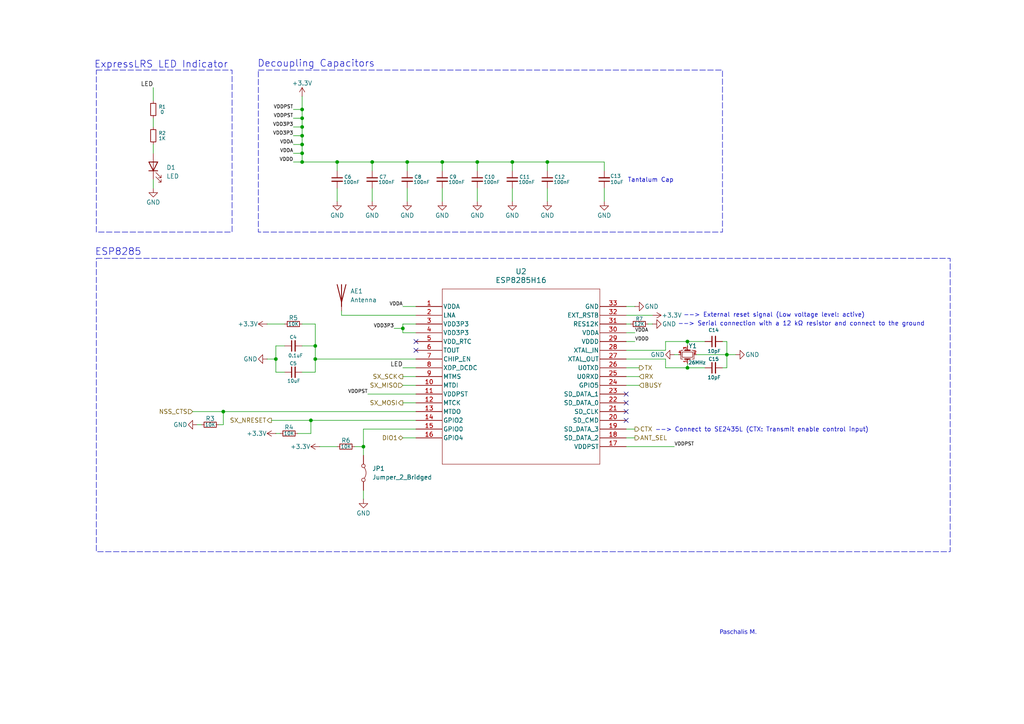
<source format=kicad_sch>
(kicad_sch (version 20231120) (generator "eeschema") (generator_version "8.0")
  (paper "A4")
  (title_block (rev "1.0") (company "https://github.com/Paschalis | TeodoraMiu"))
  (lib_symbols
    (symbol "Device:Antenna" (pin_numbers hide) (pin_names (offset 1.016) hide)
      (property "Reference" "AE" (at -1.905 1.905 0))
      (property "Value" "Antenna" (at -1.905 0 0))
      (symbol "Antenna_0_1"
        (polyline (pts (xy 0 2.54) (xy 0 -3.81)) (stroke (width 0.254)))
        (polyline (pts (xy 1.27 2.54) (xy 0 -2.54) (xy -1.27 2.54)) (stroke (width 0.254)))
      )
      (symbol "Antenna_1_1"
        (pin input line (at 0 -5.08 90) (length 2.54) (name "A") (number "1"))
      )
    )
    (symbol "Device:C_Small" (pin_numbers hide) (pin_names (offset 0.254) hide)
      (property "Reference" "C" (at 0.254 1.778 0))
      (property "Value" "C_Small" (at 0.254 -2.032 0))
      (symbol "C_Small_0_1"
        (polyline (pts (xy -1.524 -0.508) (xy 1.524 -0.508)) (stroke (width 0.3302)))
        (polyline (pts (xy -1.524 0.508) (xy 1.524 0.508)) (stroke (width 0.3048)))
      )
      (symbol "C_Small_1_1"
        (pin passive line (at 0 2.54 270) (length 2.032) (name "~") (number "1"))
        (pin passive line (at 0 -2.54 90) (length 2.032) (name "~") (number "2"))
      )
    )
    (symbol "Device:Crystal_GND24_Small" (pin_names (offset 1.016) hide)
      (property "Reference" "Y" (at 1.27 4.445 0))
      (property "Value" "Crystal_GND24_Small" (at 1.27 2.54 0))
      (symbol "Crystal_GND24_Small_0_1"
        (rectangle (start -0.762 -1.524) (end 0.762 1.524))
        (polyline (pts (xy -1.27 -0.762) (xy -1.27 0.762)) (stroke (width 0.381)))
        (polyline (pts (xy 1.27 -0.762) (xy 1.27 0.762)) (stroke (width 0.381)))
        (polyline (pts (xy -1.27 -1.27) (xy -1.27 -1.905) (xy 1.27 -1.905) (xy 1.27 -1.27)))
        (polyline (pts (xy -1.27 1.27) (xy -1.27 1.905) (xy 1.27 1.905) (xy 1.27 1.27)))
      )
      (symbol "Crystal_GND24_Small_1_1"
        (pin passive line (at -2.54 0 0) (length 1.27) (name "1") (number "1"))
        (pin passive line (at 0 -2.54 90) (length 0.635) (name "2") (number "2"))
        (pin passive line (at 2.54 0 180) (length 1.27) (name "3") (number "3"))
        (pin passive line (at 0 2.54 270) (length 0.635) (name "4") (number "4"))
      )
    )
    (symbol "Device:LED" (pin_numbers hide) (pin_names (offset 1.016) hide)
      (property "Reference" "D" (at 0 2.54 0))
      (property "Value" "LED" (at 0 -2.54 0))
      (symbol "LED_0_1"
        (polyline (pts (xy -1.27 -1.27) (xy -1.27 1.27)) (stroke (width 0.254)))
        (polyline (pts (xy -1.27 0) (xy 1.27 0)))
        (polyline (pts (xy 1.27 -1.27) (xy 1.27 1.27) (xy -1.27 0) (xy 1.27 -1.27)) (stroke (width 0.254)))
        (polyline (pts (xy -3.048 -0.762) (xy -4.572 -2.286) (xy -3.81 -2.286) (xy -4.572 -2.286) (xy -4.572 -1.524)))
        (polyline (pts (xy -1.778 -0.762) (xy -3.302 -2.286) (xy -2.54 -2.286) (xy -3.302 -2.286) (xy -3.302 -1.524)))
      )
      (symbol "LED_1_1"
        (pin passive line (at -3.81 0 0) (length 2.54) (name "K") (number "1"))
        (pin passive line (at 3.81 0 180) (length 2.54) (name "A") (number "2"))
      )
    )
    (symbol "Device:R_Small" (pin_numbers hide) (pin_names (offset 0.254) hide)
      (property "Reference" "R" (at 0.762 0.508 0))
      (property "Value" "R_Small" (at 0.762 -1.016 0))
      (symbol "R_Small_0_1"
        (rectangle (start -0.762 1.778) (end 0.762 -1.778) (stroke (width 0.2032)))
      )
      (symbol "R_Small_1_1"
        (pin passive line (at 0 2.54 270) (length 0.762) (name "~") (number "1"))
        (pin passive line (at 0 -2.54 90) (length 0.762) (name "~") (number "2"))
      )
    )
    (symbol "ESP8285H16:ESP8285H16" (pin_names (offset 0.254))
      (property "Reference" "U" (at 30.48 10.16 0))
      (property "Value" "ESP8285H16" (at 30.48 7.62 0))
      (symbol "ESP8285H16_0_1"
        (polyline (pts (xy 7.62 -45.72) (xy 53.34 -45.72)) (stroke (width 0.127)))
        (polyline (pts (xy 7.62 5.08) (xy 7.62 -45.72)) (stroke (width 0.127)))
        (polyline (pts (xy 53.34 -45.72) (xy 53.34 5.08)) (stroke (width 0.127)))
        (polyline (pts (xy 53.34 5.08) (xy 7.62 5.08)) (stroke (width 0.127)))
        (pin power_in line (at 0 0 0) (length 7.62) (name "VDDA") (number "1"))
        (pin bidirectional line (at 0 -22.86 0) (length 7.62) (name "MTDI") (number "10"))
        (pin power_in line (at 0 -25.4 0) (length 7.62) (name "VDDPST") (number "11"))
        (pin bidirectional line (at 0 -27.94 0) (length 7.62) (name "MTCK") (number "12"))
        (pin bidirectional line (at 0 -30.48 0) (length 7.62) (name "MTDO") (number "13"))
        (pin bidirectional line (at 0 -33.02 0) (length 7.62) (name "GPIO2") (number "14"))
        (pin bidirectional line (at 0 -35.56 0) (length 7.62) (name "GPIO0") (number "15"))
        (pin bidirectional line (at 0 -38.1 0) (length 7.62) (name "GPIO4") (number "16"))
        (pin power_in line (at 60.96 -40.64 180) (length 7.62) (name "VDDPST") (number "17"))
        (pin bidirectional line (at 60.96 -38.1 180) (length 7.62) (name "SD_DATA_2") (number "18"))
        (pin bidirectional line (at 60.96 -35.56 180) (length 7.62) (name "SD_DATA_3") (number "19"))
        (pin bidirectional line (at 0 -2.54 0) (length 7.62) (name "LNA") (number "2"))
        (pin bidirectional line (at 60.96 -33.02 180) (length 7.62) (name "SD_CMD") (number "20"))
        (pin bidirectional line (at 60.96 -30.48 180) (length 7.62) (name "SD_CLK") (number "21"))
        (pin bidirectional line (at 60.96 -27.94 180) (length 7.62) (name "SD_DATA_0") (number "22"))
        (pin bidirectional line (at 60.96 -25.4 180) (length 7.62) (name "SD_DATA_1") (number "23"))
        (pin bidirectional line (at 60.96 -22.86 180) (length 7.62) (name "GPIO5") (number "24"))
        (pin bidirectional line (at 60.96 -20.32 180) (length 7.62) (name "U0RXD") (number "25"))
        (pin bidirectional line (at 60.96 -17.78 180) (length 7.62) (name "U0TXD") (number "26"))
        (pin bidirectional line (at 60.96 -15.24 180) (length 7.62) (name "XTAL_OUT") (number "27"))
        (pin bidirectional line (at 60.96 -12.7 180) (length 7.62) (name "XTAL_IN") (number "28"))
        (pin power_in line (at 60.96 -10.16 180) (length 7.62) (name "VDDD") (number "29"))
        (pin power_in line (at 0 -5.08 0) (length 7.62) (name "VDD3P3") (number "3"))
        (pin power_in line (at 60.96 -7.62 180) (length 7.62) (name "VDDA") (number "30"))
        (pin input line (at 60.96 -5.08 180) (length 7.62) (name "RES12K") (number "31"))
        (pin input line (at 60.96 -2.54 180) (length 7.62) (name "EXT_RSTB") (number "32"))
        (pin power_out line (at 60.96 0 180) (length 7.62) (name "GND") (number "33"))
        (pin power_in line (at 0 -7.62 0) (length 7.62) (name "VDD3P3") (number "4"))
        (pin power_in line (at 0 -10.16 0) (length 7.62) (name "VDD_RTC") (number "5"))
        (pin input line (at 0 -12.7 0) (length 7.62) (name "TOUT") (number "6"))
        (pin input line (at 0 -15.24 0) (length 7.62) (name "CHIP_EN") (number "7"))
        (pin bidirectional line (at 0 -17.78 0) (length 7.62) (name "XDP_DCDC") (number "8"))
        (pin bidirectional line (at 0 -20.32 0) (length 7.62) (name "MTMS") (number "9"))
      )
    )
    (symbol "Jumper:Jumper_2_Bridged" (pin_numbers hide) (pin_names (offset 0) hide) (exclude_from_sim yes)
      (property "Reference" "JP" (at 0 1.905 0))
      (property "Value" "Jumper_2_Bridged" (at 0 -2.54 0))
      (symbol "Jumper_2_Bridged_0_0"
        (circle (center -2.032 0) (radius 0.508))
        (circle (center 2.032 0) (radius 0.508))
      )
      (symbol "Jumper_2_Bridged_0_1"
        (arc (start 1.524 0.254) (mid 0 0.762) (end -1.524 0.254))
      )
      (symbol "Jumper_2_Bridged_1_1"
        (pin passive line (at -5.08 0 0) (length 2.54) (name "A") (number "1"))
        (pin passive line (at 5.08 0 180) (length 2.54) (name "B") (number "2"))
      )
    )
    (symbol "power:+3.3V" (power) (pin_numbers hide) (pin_names (offset 0) hide)
      (property "Value" "+3.3V" (at 0 3.556 0))
      (symbol "+3.3V_0_1"
        (polyline (pts (xy -0.762 1.27) (xy 0 2.54)))
        (polyline (pts (xy 0 0) (xy 0 2.54)))
        (polyline (pts (xy 0 2.54) (xy 0.762 1.27)))
      )
      (symbol "+3.3V_1_1"
        (pin power_in line (at 0 0 90) (length 0) (name "~") (number "1"))
      )
    )
    (symbol "power:GND" (power) (pin_numbers hide) (pin_names (offset 0) hide)
      (property "Value" "GND" (at 0 -3.81 0))
      (symbol "GND_0_1"
        (polyline (pts (xy 0 0) (xy 0 -1.27) (xy 1.27 -1.27) (xy 0 -2.54) (xy -1.27 -1.27) (xy 0 -1.27)))
      )
      (symbol "GND_1_1"
        (pin power_in line (at 0 0 270) (length 0) (name "~") (number "1"))
      )
    )
  )
  (junction (at 97.79 46.99))
  (junction (at 91.44 100.33))
  (junction (at 158.75 46.99))
  (junction (at 87.63 41.91))
  (junction (at 87.63 36.83))
  (junction (at 87.63 39.37))
  (junction (at 80.01 104.14))
  (junction (at 199.39 106.68))
  (junction (at 105.41 129.54))
  (junction (at 87.63 44.45))
  (junction (at 91.44 104.14))
  (junction (at 107.95 46.99))
  (junction (at 87.63 46.99))
  (junction (at 87.63 31.75))
  (junction (at 64.77 119.38))
  (junction (at 87.63 34.29))
  (junction (at 116.84 95.25))
  (junction (at 199.39 99.06))
  (junction (at 118.11 46.99))
  (junction (at 148.59 46.99))
  (junction (at 210.82 102.87))
  (junction (at 128.27 46.99))
  (junction (at 138.43 46.99))
  (junction (at 90.17 121.92))
  (no_connect (at 181.61 119.38))
  (no_connect (at 181.61 116.84))
  (no_connect (at 120.65 101.6))
  (no_connect (at 181.61 121.92))
  (no_connect (at 120.65 99.06))
  (no_connect (at 181.61 114.3))
  (wire (pts (xy 116.84 93.98) (xy 116.84 95.25)))
  (wire (pts (xy 87.63 36.83) (xy 87.63 34.29)))
  (wire (pts (xy 85.09 39.37) (xy 87.63 39.37)))
  (wire (pts (xy 87.63 31.75) (xy 87.63 34.29)))
  (wire (pts (xy 82.55 107.95) (xy 80.01 107.95)))
  (wire (pts (xy 97.79 54.61) (xy 97.79 58.42)))
  (wire (pts (xy 209.55 106.68) (xy 210.82 106.68)))
  (wire (pts (xy 90.17 125.73) (xy 86.36 125.73)))
  (wire (pts (xy 80.01 107.95) (xy 80.01 104.14)))
  (wire (pts (xy 175.26 49.53) (xy 175.26 46.99)))
  (wire (pts (xy 128.27 46.99) (xy 118.11 46.99)))
  (wire (pts (xy 181.61 124.46) (xy 184.15 124.46)))
  (wire (pts (xy 87.63 34.29) (xy 85.09 34.29)))
  (wire (pts (xy 148.59 46.99) (xy 138.43 46.99)))
  (wire (pts (xy 181.61 106.68) (xy 185.42 106.68)))
  (wire (pts (xy 114.3 95.25) (xy 116.84 95.25)))
  (wire (pts (xy 118.11 46.99) (xy 107.95 46.99)))
  (wire (pts (xy 204.47 106.68) (xy 199.39 106.68)))
  (wire (pts (xy 181.61 88.9) (xy 184.15 88.9)))
  (wire (pts (xy 199.39 99.06) (xy 199.39 100.33)))
  (wire (pts (xy 97.79 46.99) (xy 87.63 46.99)))
  (wire (pts (xy 193.04 104.14) (xy 193.04 106.68)))
  (wire (pts (xy 116.84 88.9) (xy 120.65 88.9)))
  (wire (pts (xy 148.59 54.61) (xy 148.59 58.42)))
  (wire (pts (xy 181.61 111.76) (xy 185.42 111.76)))
  (wire (pts (xy 85.09 46.99) (xy 87.63 46.99)))
  (wire (pts (xy 64.77 119.38) (xy 120.65 119.38)))
  (wire (pts (xy 116.84 116.84) (xy 120.65 116.84)))
  (wire (pts (xy 107.95 54.61) (xy 107.95 58.42)))
  (wire (pts (xy 106.68 114.3) (xy 120.65 114.3)))
  (wire (pts (xy 82.55 100.33) (xy 80.01 100.33)))
  (wire (pts (xy 181.61 104.14) (xy 193.04 104.14)))
  (wire (pts (xy 204.47 99.06) (xy 199.39 99.06)))
  (wire (pts (xy 158.75 49.53) (xy 158.75 46.99)))
  (wire (pts (xy 158.75 46.99) (xy 148.59 46.99)))
  (wire (pts (xy 210.82 106.68) (xy 210.82 102.87)))
  (wire (pts (xy 87.63 44.45) (xy 87.63 41.91)))
  (wire (pts (xy 175.26 54.61) (xy 175.26 58.42)))
  (wire (pts (xy 210.82 99.06) (xy 210.82 102.87)))
  (wire (pts (xy 199.39 106.68) (xy 199.39 105.41)))
  (wire (pts (xy 128.27 46.99) (xy 128.27 49.53)))
  (wire (pts (xy 138.43 46.99) (xy 128.27 46.99)))
  (wire (pts (xy 85.09 41.91) (xy 87.63 41.91)))
  (wire (pts (xy 80.01 104.14) (xy 77.47 104.14)))
  (wire (pts (xy 91.44 104.14) (xy 120.65 104.14)))
  (wire (pts (xy 148.59 46.99) (xy 148.59 49.53)))
  (wire (pts (xy 181.61 101.6) (xy 193.04 101.6)))
  (wire (pts (xy 87.63 107.95) (xy 91.44 107.95)))
  (wire (pts (xy 55.88 119.38) (xy 64.77 119.38)))
  (wire (pts (xy 64.77 123.19) (xy 63.5 123.19)))
  (wire (pts (xy 181.61 129.54) (xy 195.58 129.54)))
  (wire (pts (xy 120.65 124.46) (xy 105.41 124.46)))
  (wire (pts (xy 87.63 41.91) (xy 87.63 39.37)))
  (wire (pts (xy 195.58 102.87) (xy 196.85 102.87)))
  (wire (pts (xy 44.45 25.4) (xy 44.45 29.21)))
  (wire (pts (xy 57.15 123.19) (xy 58.42 123.19)))
  (wire (pts (xy 85.09 44.45) (xy 87.63 44.45)))
  (wire (pts (xy 138.43 46.99) (xy 138.43 49.53)))
  (wire (pts (xy 105.41 142.24) (xy 105.41 144.78)))
  (wire (pts (xy 44.45 52.07) (xy 44.45 54.61)))
  (wire (pts (xy 116.84 96.52) (xy 120.65 96.52)))
  (wire (pts (xy 91.44 100.33) (xy 91.44 104.14)))
  (wire (pts (xy 87.63 93.98) (xy 91.44 93.98)))
  (wire (pts (xy 107.95 46.99) (xy 107.95 49.53)))
  (wire (pts (xy 44.45 34.29) (xy 44.45 36.83)))
  (wire (pts (xy 116.84 127) (xy 120.65 127)))
  (wire (pts (xy 80.01 100.33) (xy 80.01 104.14)))
  (wire (pts (xy 128.27 54.61) (xy 128.27 58.42)))
  (wire (pts (xy 90.17 125.73) (xy 90.17 121.92)))
  (wire (pts (xy 85.09 31.75) (xy 87.63 31.75)))
  (wire (pts (xy 91.44 107.95) (xy 91.44 104.14)))
  (wire (pts (xy 118.11 46.99) (xy 118.11 49.53)))
  (wire (pts (xy 116.84 111.76) (xy 120.65 111.76)))
  (wire (pts (xy 92.71 129.54) (xy 97.79 129.54)))
  (wire (pts (xy 87.63 27.94) (xy 87.63 31.75)))
  (wire (pts (xy 78.74 121.92) (xy 90.17 121.92)))
  (wire (pts (xy 87.63 46.99) (xy 87.63 44.45)))
  (wire (pts (xy 209.55 99.06) (xy 210.82 99.06)))
  (wire (pts (xy 116.84 93.98) (xy 120.65 93.98)))
  (wire (pts (xy 118.11 54.61) (xy 118.11 58.42)))
  (wire (pts (xy 107.95 46.99) (xy 97.79 46.99)))
  (wire (pts (xy 181.61 93.98) (xy 182.88 93.98)))
  (wire (pts (xy 116.84 109.22) (xy 120.65 109.22)))
  (wire (pts (xy 64.77 123.19) (xy 64.77 119.38)))
  (wire (pts (xy 201.93 102.87) (xy 210.82 102.87)))
  (wire (pts (xy 193.04 106.68) (xy 199.39 106.68)))
  (wire (pts (xy 181.61 109.22) (xy 185.42 109.22)))
  (wire (pts (xy 102.87 129.54) (xy 105.41 129.54)))
  (wire (pts (xy 187.96 93.98) (xy 189.23 93.98)))
  (wire (pts (xy 158.75 54.61) (xy 158.75 58.42)))
  (wire (pts (xy 181.61 96.52) (xy 184.15 96.52)))
  (wire (pts (xy 193.04 101.6) (xy 193.04 99.06)))
  (wire (pts (xy 210.82 102.87) (xy 213.36 102.87)))
  (wire (pts (xy 105.41 124.46) (xy 105.41 129.54)))
  (wire (pts (xy 138.43 54.61) (xy 138.43 58.42)))
  (wire (pts (xy 85.09 36.83) (xy 87.63 36.83)))
  (wire (pts (xy 181.61 91.44) (xy 189.23 91.44)))
  (wire (pts (xy 105.41 129.54) (xy 105.41 132.08)))
  (wire (pts (xy 99.06 91.44) (xy 120.65 91.44)))
  (wire (pts (xy 91.44 93.98) (xy 91.44 100.33)))
  (wire (pts (xy 181.61 99.06) (xy 184.15 99.06)))
  (wire (pts (xy 80.01 125.73) (xy 81.28 125.73)))
  (wire (pts (xy 90.17 121.92) (xy 120.65 121.92)))
  (wire (pts (xy 116.84 106.68) (xy 120.65 106.68)))
  (wire (pts (xy 99.06 90.17) (xy 99.06 91.44)))
  (wire (pts (xy 97.79 46.99) (xy 97.79 49.53)))
  (wire (pts (xy 181.61 127) (xy 184.15 127)))
  (wire (pts (xy 158.75 46.99) (xy 175.26 46.99)))
  (wire (pts (xy 193.04 99.06) (xy 199.39 99.06)))
  (wire (pts (xy 91.44 100.33) (xy 87.63 100.33)))
  (wire (pts (xy 77.47 93.98) (xy 82.55 93.98)))
  (wire (pts (xy 44.45 41.91) (xy 44.45 44.45)))
  (wire (pts (xy 87.63 39.37) (xy 87.63 36.83)))
  (wire (pts (xy 116.84 95.25) (xy 116.84 96.52)))
  (rectangle (start 74.93 20.32) (end 209.55 67.31) (stroke (width 0) (type dash)))
  (rectangle (start 27.94 74.93) (end 275.59 160.02) (stroke (width 0) (type dash)))
  (rectangle (start 27.94 20.32) (end 67.31 67.31) (stroke (width 0) (type dash)))
  (text "ExpressLRS LED Indicator" (at 46.736 18.796 0) (effects (font (size 2 2))))
  (text "Paschalis M." (at 214.122 183.896 0) (effects (font (size 1.27 1.27))))
  (text "Decoupling Capacitors" (at 91.694 18.542 0) (effects (font (size 2 2))))
  (text "Tantalum Cap" (at 188.722 52.324 0) (effects (font (size 1.27 1.27))))
  (text "--> External reset signal (Low voltage level: active)" (at 224.536 91.44 0) (effects (font (size 1.27 1.27))))
  (text "ESP8285" (at 34.29 73.152 0) (effects (font (size 2 2))))
  (text "--> Serial connection with a 12 kΩ resistor and connect to the ground" (at 232.41 93.98 0) (effects (font (size 1.27 1.27))))
  (text "--> Connect to SE2435L (CTX: Transmit enable control input)" (at 220.98 124.714 0) (effects (font (size 1.27 1.27))))
  (label "VDDPST" (at 195.58 129.54 0) (effects (font (size 1 1))))
  (label "LED" (at 44.45 25.4 180))
  (label "VDDA" (at 85.09 44.45 180) (effects (font (size 1 1))))
  (label "VDDA" (at 184.15 96.52 0) (effects (font (size 1 1))))
  (label "VDDD" (at 85.09 46.99 180) (effects (font (size 1 1))))
  (label "LED" (at 116.84 106.68 180))
  (label "VDDD" (at 184.15 99.06 0) (effects (font (size 1 1))))
  (label "VDDPST" (at 85.09 34.29 180) (effects (font (size 1 1))))
  (label "VDDPST" (at 106.68 114.3 180) (effects (font (size 1 1))))
  (label "VDD3P3" (at 85.09 36.83 180) (effects (font (size 1 1))))
  (label "VDD3P3" (at 85.09 39.37 180) (effects (font (size 1 1))))
  (label "VDDA" (at 116.84 88.9 180) (effects (font (size 1 1))))
  (label "VDD3P3" (at 114.3 95.25 180) (effects (font (size 1 1))))
  (label "VDDA" (at 85.09 41.91 180) (effects (font (size 1 1))))
  (label "VDDPST" (at 85.09 31.75 180) (effects (font (size 1 1))))
  (hierarchical_label "DIO1" (shape bidirectional) (at 116.84 127 180))
  (hierarchical_label "SX_MISO" (shape input) (at 116.84 111.76 180))
  (hierarchical_label "SX_MOSI" (shape output) (at 116.84 116.84 180))
  (hierarchical_label "TX" (shape output) (at 185.42 106.68 0))
  (hierarchical_label "SX_NRESET" (shape output) (at 78.74 121.92 180))
  (hierarchical_label "CTX" (shape output) (at 184.15 124.46 0))
  (hierarchical_label "NSS_CTS" (shape input) (at 55.88 119.38 180))
  (hierarchical_label "ANT_SEL" (shape output) (at 184.15 127 0))
  (hierarchical_label "RX" (shape input) (at 185.42 109.22 0))
  (hierarchical_label "SX_SCK" (shape output) (at 116.84 109.22 180))
  (hierarchical_label "BUSY" (shape input) (at 185.42 111.76 0))
  (symbol (lib_id "power:+3.3V") (at 80.01 125.73 90) (mirror x) (unit 1)
    (property "Reference" "#PWR017" (effects (hide yes)))
    (property "Value" "+3.3V" (at 74.422 125.73 90))
    (property "Description" "Power symbol creates a global label with name \"+3.3V\"" (effects (hide yes)))
  )
  (symbol (lib_id "power:GND") (at 184.15 88.9 90) (unit 1)
    (property "Reference" "#PWR029" (effects (hide yes)))
    (property "Value" "GND" (at 186.944 88.9 90) (effects (justify right)))
    (property "Description" "Power symbol creates a global label with name \"GND\" , ground" (effects (hide yes)))
  )
  (symbol (lib_id "power:GND") (at 128.27 58.42 0) (unit 1)
    (property "Reference" "#PWR024" (effects (hide yes)))
    (property "Value" "GND" (at 128.27 62.484 0))
    (property "Description" "Power symbol creates a global label with name \"GND\" , ground" (effects (hide yes)))
  )
  (symbol (lib_id "Device:R_Small") (at 83.82 125.73 90) (unit 1)
    (property "Reference" "R4" (at 83.82 123.952 90))
    (property "Value" "10K" (at 83.82 125.73 90) (effects (font (size 1 1))))
    (property "Footprint" "Resistor_SMD:R_0805_2012Metric_Pad1.20x1.40mm_HandSolder" (effects (hide yes)))
    (property "Description" "Resistor, small symbol" (effects (hide yes)))
  )
  (symbol (lib_id "Device:C_Small") (at 207.01 106.68 90) (unit 1)
    (property "Reference" "C15" (at 208.534 104.14 90) (effects (font (size 1 1)) (justify left)))
    (property "Value" "10pF" (at 209.042 109.474 90) (effects (font (size 1 1)) (justify left)))
    (property "Footprint" "Capacitor_SMD:C_0805_2012Metric_Pad1.18x1.45mm_HandSolder" (effects (hide yes)))
    (property "Description" "Unpolarized capacitor, small symbol" (effects (hide yes)))
  )
  (symbol (lib_id "Device:C_Small") (at 158.75 52.07 0) (unit 1)
    (property "Reference" "C12" (at 160.782 51.308 0) (effects (font (size 1 1)) (justify left)))
    (property "Value" "100nF" (at 160.528 52.832 0) (effects (font (size 1 1)) (justify left)))
    (property "Footprint" "Capacitor_SMD:C_0805_2012Metric_Pad1.18x1.45mm_HandSolder" (effects (hide yes)))
    (property "Description" "Unpolarized capacitor, small symbol" (effects (hide yes)))
  )
  (symbol (lib_id "power:+3.3V") (at 189.23 91.44 270) (unit 1)
    (property "Reference" "#PWR030" (effects (hide yes)))
    (property "Value" "+3.3V" (at 194.818 91.44 90))
    (property "Description" "Power symbol creates a global label with name \"+3.3V\"" (effects (hide yes)))
  )
  (symbol (lib_id "Device:R_Small") (at 60.96 123.19 90) (unit 1)
    (property "Reference" "R3" (at 60.96 121.412 90))
    (property "Value" "10K" (at 60.96 123.19 90) (effects (font (size 1 1))))
    (property "Footprint" "Resistor_SMD:R_0805_2012Metric_Pad1.20x1.40mm_HandSolder" (effects (hide yes)))
    (property "Description" "Resistor, small symbol" (effects (hide yes)))
  )
  (symbol (lib_id "power:GND") (at 189.23 93.98 90) (unit 1)
    (property "Reference" "#PWR031" (effects (hide yes)))
    (property "Value" "GND" (at 192.024 93.98 90) (effects (justify right)))
    (property "Description" "Power symbol creates a global label with name \"GND\" , ground" (effects (hide yes)))
  )
  (symbol (lib_id "Device:LED") (at 44.45 48.26 90) (unit 1)
    (property "Reference" "D1" (at 48.26 48.5774 90) (effects (justify right)))
    (property "Value" "LED" (at 48.26 51.1174 90) (effects (justify right)))
    (property "Footprint" "LED_SMD:LED_0805_2012Metric_Pad1.15x1.40mm_HandSolder" (effects (hide yes)))
    (property "Description" "Light emitting diode" (effects (hide yes)))
  )
  (symbol (lib_id "Device:C_Small") (at 138.43 52.07 0) (unit 1)
    (property "Reference" "C10" (at 140.462 51.308 0) (effects (font (size 1 1)) (justify left)))
    (property "Value" "100nF" (at 140.208 52.832 0) (effects (font (size 1 1)) (justify left)))
    (property "Footprint" "Capacitor_SMD:C_0805_2012Metric_Pad1.18x1.45mm_HandSolder" (effects (hide yes)))
    (property "Description" "Unpolarized capacitor, small symbol" (effects (hide yes)))
  )
  (symbol (lib_id "Device:C_Small") (at 85.09 107.95 90) (unit 1)
    (property "Reference" "C5" (at 86.106 105.41 90) (effects (font (size 1 1)) (justify left)))
    (property "Value" "10uF" (at 87.122 110.49 90) (effects (font (size 1 1)) (justify left)))
    (property "Footprint" "ECASD40J106M055K00:ECASD40J106M055K00" (effects (hide yes)))
    (property "Description" "Unpolarized capacitor, small symbol" (effects (hide yes)))
  )
  (symbol (lib_id "Device:Crystal_GND24_Small") (at 199.39 102.87 90) (unit 1)
    (property "Reference" "Y1" (at 200.914 100.33 90))
    (property "Value" "26MHz" (at 202.184 105.156 90) (effects (font (size 1 1))))
    (property "Footprint" "Crystal:Crystal_SMD_2016-4Pin_2.0x1.6mm" (effects (hide yes)))
    (property "Description" "Four pin crystal, GND on pins 2 and 4, small symbol" (effects (hide yes)))
  )
  (symbol (lib_id "power:GND") (at 107.95 58.42 0) (unit 1)
    (property "Reference" "#PWR022" (effects (hide yes)))
    (property "Value" "GND" (at 107.95 62.484 0))
    (property "Description" "Power symbol creates a global label with name \"GND\" , ground" (effects (hide yes)))
  )
  (symbol (lib_id "ESP8285H16:ESP8285H16") (at 120.65 88.9 0) (unit 1)
    (property "Reference" "U2" (at 151.13 78.74 0) (effects (font (size 1.524 1.524))))
    (property "Value" "ESP8285H16" (at 151.13 81.28 0) (effects (font (size 1.524 1.524))))
    (property "Footprint" "ESP8285H16:QFN32_5X5_EXP" (effects (hide yes)))
    (property "Datasheet" "ESP8285H16" (effects (hide yes)))
  )
  (symbol (lib_id "power:GND") (at 138.43 58.42 0) (unit 1)
    (property "Reference" "#PWR025" (effects (hide yes)))
    (property "Value" "GND" (at 138.43 62.484 0))
    (property "Description" "Power symbol creates a global label with name \"GND\" , ground" (effects (hide yes)))
  )
  (symbol (lib_id "power:GND") (at 44.45 54.61 0) (unit 1)
    (property "Reference" "#PWR013" (effects (hide yes)))
    (property "Value" "GND" (at 44.45 58.674 0))
    (property "Description" "Power symbol creates a global label with name \"GND\" , ground" (effects (hide yes)))
  )
  (symbol (lib_id "Device:C_Small") (at 107.95 52.07 0) (unit 1)
    (property "Reference" "C7" (at 109.982 51.308 0) (effects (font (size 1 1)) (justify left)))
    (property "Value" "100nF" (at 109.728 52.832 0) (effects (font (size 1 1)) (justify left)))
    (property "Footprint" "Capacitor_SMD:C_0805_2012Metric_Pad1.18x1.45mm_HandSolder" (effects (hide yes)))
    (property "Description" "Unpolarized capacitor, small symbol" (effects (hide yes)))
  )
  (symbol (lib_id "power:GND") (at 213.36 102.87 90) (unit 1)
    (property "Reference" "#PWR033" (effects (hide yes)))
    (property "Value" "GND" (at 216.154 102.87 90) (effects (justify right)))
    (property "Description" "Power symbol creates a global label with name \"GND\" , ground" (effects (hide yes)))
  )
  (symbol (lib_id "Device:C_Small") (at 175.26 52.07 180) (unit 1)
    (property "Reference" "C13" (at 180.086 51.054 0) (effects (font (size 1 1)) (justify left)))
    (property "Value" "10uF" (at 180.848 52.832 0) (effects (font (size 1 1)) (justify left)))
    (property "Footprint" "ECASD40J106M055K00:ECASD40J106M055K00" (effects (hide yes)))
    (property "Description" "Unpolarized capacitor, small symbol" (effects (hide yes)))
  )
  (symbol (lib_id "Device:C_Small") (at 128.27 52.07 0) (unit 1)
    (property "Reference" "C9" (at 130.302 51.308 0) (effects (font (size 1 1)) (justify left)))
    (property "Value" "100nF" (at 130.048 52.832 0) (effects (font (size 1 1)) (justify left)))
    (property "Footprint" "Capacitor_SMD:C_0805_2012Metric_Pad1.18x1.45mm_HandSolder" (effects (hide yes)))
    (property "Description" "Unpolarized capacitor, small symbol" (effects (hide yes)))
  )
  (symbol (lib_id "Device:C_Small") (at 207.01 99.06 90) (unit 1)
    (property "Reference" "C14" (at 208.534 95.758 90) (effects (font (size 1 1)) (justify left)))
    (property "Value" "10pF" (at 209.042 101.854 90) (effects (font (size 1 1)) (justify left)))
    (property "Footprint" "Capacitor_SMD:C_0805_2012Metric_Pad1.18x1.45mm_HandSolder" (effects (hide yes)))
    (property "Description" "Unpolarized capacitor, small symbol" (effects (hide yes)))
  )
  (symbol (lib_id "Device:C_Small") (at 85.09 100.33 90) (unit 1)
    (property "Reference" "C4" (at 86.106 97.79 90) (effects (font (size 1 1)) (justify left)))
    (property "Value" "0.1uF" (at 87.884 103.124 90) (effects (font (size 1 1)) (justify left)))
    (property "Footprint" "Capacitor_SMD:C_0805_2012Metric_Pad1.18x1.45mm_HandSolder" (effects (hide yes)))
    (property "Description" "Unpolarized capacitor, small symbol" (effects (hide yes)))
  )
  (symbol (lib_id "Device:R_Small") (at 44.45 39.37 0) (unit 1)
    (property "Reference" "R2" (at 45.974 38.608 0) (effects (font (size 1 1)) (justify left)))
    (property "Value" "1K" (at 45.974 40.132 0) (effects (font (size 1 1)) (justify left)))
    (property "Footprint" "Resistor_SMD:R_0805_2012Metric_Pad1.20x1.40mm_HandSolder" (effects (hide yes)))
    (property "Description" "Resistor, small symbol" (effects (hide yes)))
  )
  (symbol (lib_id "power:GND") (at 148.59 58.42 0) (unit 1)
    (property "Reference" "#PWR026" (effects (hide yes)))
    (property "Value" "GND" (at 148.59 62.484 0))
    (property "Description" "Power symbol creates a global label with name \"GND\" , ground" (effects (hide yes)))
  )
  (symbol (lib_id "Device:Antenna") (at 99.06 85.09 0) (unit 1)
    (property "Reference" "AE1" (at 101.6 84.4549 0) (effects (justify left)))
    (property "Value" "Antenna" (at 101.6 86.9949 0) (effects (justify left)))
    (property "Footprint" "RF_Antenna:Texas_SWRA117D_2.4GHz_Right" (effects (hide yes)))
    (property "Description" "Antenna" (effects (hide yes)))
  )
  (symbol (lib_id "power:GND") (at 175.26 58.42 0) (unit 1)
    (property "Reference" "#PWR028" (effects (hide yes)))
    (property "Value" "GND" (at 175.26 62.484 0))
    (property "Description" "Power symbol creates a global label with name \"GND\" , ground" (effects (hide yes)))
  )
  (symbol (lib_id "Device:C_Small") (at 148.59 52.07 0) (unit 1)
    (property "Reference" "C11" (at 150.622 51.308 0) (effects (font (size 1 1)) (justify left)))
    (property "Value" "100nF" (at 150.368 52.832 0) (effects (font (size 1 1)) (justify left)))
    (property "Footprint" "Capacitor_SMD:C_0805_2012Metric_Pad1.18x1.45mm_HandSolder" (effects (hide yes)))
    (property "Description" "Unpolarized capacitor, small symbol" (effects (hide yes)))
  )
  (symbol (lib_id "Device:R_Small") (at 44.45 31.75 0) (unit 1)
    (property "Reference" "R1" (at 45.974 30.988 0) (effects (font (size 1 1)) (justify left)))
    (property "Value" "0" (at 46.482 32.512 0) (effects (font (size 1 1)) (justify left)))
    (property "Footprint" "Resistor_SMD:R_0805_2012Metric_Pad1.20x1.40mm_HandSolder" (effects (hide yes)))
    (property "Description" "Resistor, small symbol" (effects (hide yes)))
  )
  (symbol (lib_id "power:+3.3V") (at 77.47 93.98 90) (mirror x) (unit 1)
    (property "Reference" "#PWR015" (effects (hide yes)))
    (property "Value" "+3.3V" (at 71.882 93.98 90))
    (property "Description" "Power symbol creates a global label with name \"+3.3V\"" (effects (hide yes)))
  )
  (symbol (lib_id "power:GND") (at 105.41 144.78 0) (unit 1)
    (property "Reference" "#PWR021" (effects (hide yes)))
    (property "Value" "GND" (at 105.41 148.844 0))
    (property "Description" "Power symbol creates a global label with name \"GND\" , ground" (effects (hide yes)))
  )
  (symbol (lib_id "Device:C_Small") (at 118.11 52.07 0) (unit 1)
    (property "Reference" "C8" (at 120.142 51.308 0) (effects (font (size 1 1)) (justify left)))
    (property "Value" "100nF" (at 119.888 52.832 0) (effects (font (size 1 1)) (justify left)))
    (property "Footprint" "Capacitor_SMD:C_0805_2012Metric_Pad1.18x1.45mm_HandSolder" (effects (hide yes)))
    (property "Description" "Unpolarized capacitor, small symbol" (effects (hide yes)))
  )
  (symbol (lib_id "Device:R_Small") (at 85.09 93.98 90) (unit 1)
    (property "Reference" "R5" (at 85.09 92.202 90))
    (property "Value" "10K" (at 85.09 93.98 90) (effects (font (size 1 1))))
    (property "Footprint" "Resistor_SMD:R_0805_2012Metric_Pad1.20x1.40mm_HandSolder" (effects (hide yes)))
    (property "Description" "Resistor, small symbol" (effects (hide yes)))
  )
  (symbol (lib_id "Device:R_Small") (at 185.42 93.98 90) (unit 1)
    (property "Reference" "R7" (at 185.42 92.456 90) (effects (font (size 1 1))))
    (property "Value" "12K" (at 185.42 93.98 90) (effects (font (size 1 1))))
    (property "Footprint" "Resistor_SMD:R_0805_2012Metric_Pad1.20x1.40mm_HandSolder" (effects (hide yes)))
    (property "Description" "Resistor, small symbol" (effects (hide yes)))
  )
  (symbol (lib_id "power:GND") (at 118.11 58.42 0) (unit 1)
    (property "Reference" "#PWR023" (effects (hide yes)))
    (property "Value" "GND" (at 118.11 62.484 0))
    (property "Description" "Power symbol creates a global label with name \"GND\" , ground" (effects (hide yes)))
  )
  (symbol (lib_id "power:+3.3V") (at 87.63 27.94 0) (unit 1)
    (property "Reference" "#PWR018" (effects (hide yes)))
    (property "Value" "+3.3V" (at 87.63 24.13 0))
    (property "Description" "Power symbol creates a global label with name \"+3.3V\"" (effects (hide yes)))
  )
  (symbol (lib_id "power:GND") (at 77.47 104.14 270) (mirror x) (unit 1)
    (property "Reference" "#PWR016" (effects (hide yes)))
    (property "Value" "GND" (at 74.676 104.14 90) (effects (justify right)))
    (property "Description" "Power symbol creates a global label with name \"GND\" , ground" (effects (hide yes)))
  )
  (symbol (lib_id "Jumper:Jumper_2_Bridged") (at 105.41 137.16 270) (unit 1) (exclude_from_sim yes)
    (property "Reference" "JP1" (at 107.95 135.8899 90) (effects (justify left)))
    (property "Value" "Jumper_2_Bridged" (at 107.95 138.4299 90) (effects (justify left)))
    (property "Footprint" "TestPoint:TestPoint_2Pads_Pitch2.54mm_Drill0.8mm" (effects (hide yes)))
    (property "Description" "Jumper, 2-pole, closed/bridged" (effects (hide yes)))
  )
  (symbol (lib_id "power:GND") (at 97.79 58.42 0) (unit 1)
    (property "Reference" "#PWR020" (effects (hide yes)))
    (property "Value" "GND" (at 97.79 62.484 0))
    (property "Description" "Power symbol creates a global label with name \"GND\" , ground" (effects (hide yes)))
  )
  (symbol (lib_id "Device:C_Small") (at 97.79 52.07 0) (unit 1)
    (property "Reference" "C6" (at 99.822 51.308 0) (effects (font (size 1 1)) (justify left)))
    (property "Value" "100nF" (at 99.568 52.832 0) (effects (font (size 1 1)) (justify left)))
    (property "Footprint" "Capacitor_SMD:C_0805_2012Metric_Pad1.18x1.45mm_HandSolder" (effects (hide yes)))
    (property "Description" "Unpolarized capacitor, small symbol" (effects (hide yes)))
  )
  (symbol (lib_id "Device:R_Small") (at 100.33 129.54 90) (unit 1)
    (property "Reference" "R6" (at 100.33 127.762 90))
    (property "Value" "10K" (at 100.33 129.54 90) (effects (font (size 1 1))))
    (property "Footprint" "Resistor_SMD:R_0805_2012Metric_Pad1.20x1.40mm_HandSolder" (effects (hide yes)))
    (property "Description" "Resistor, small symbol" (effects (hide yes)))
  )
  (symbol (lib_id "power:+3.3V") (at 92.71 129.54 90) (mirror x) (unit 1)
    (property "Reference" "#PWR019" (effects (hide yes)))
    (property "Value" "+3.3V" (at 87.122 129.54 90))
    (property "Description" "Power symbol creates a global label with name \"+3.3V\"" (effects (hide yes)))
  )
  (symbol (lib_id "power:GND") (at 195.58 102.87 270) (mirror x) (unit 1)
    (property "Reference" "#PWR032" (effects (hide yes)))
    (property "Value" "GND" (at 192.786 102.87 90) (effects (justify right)))
    (property "Description" "Power symbol creates a global label with name \"GND\" , ground" (effects (hide yes)))
  )
  (symbol (lib_id "power:GND") (at 158.75 58.42 0) (unit 1)
    (property "Reference" "#PWR027" (effects (hide yes)))
    (property "Value" "GND" (at 158.75 62.484 0))
    (property "Description" "Power symbol creates a global label with name \"GND\" , ground" (effects (hide yes)))
  )
  (symbol (lib_id "power:GND") (at 57.15 123.19 270) (mirror x) (unit 1)
    (property "Reference" "#PWR014" (effects (hide yes)))
    (property "Value" "GND" (at 54.356 123.19 90) (effects (justify right)))
    (property "Description" "Power symbol creates a global label with name \"GND\" , ground" (effects (hide yes)))
  )
)
</source>
